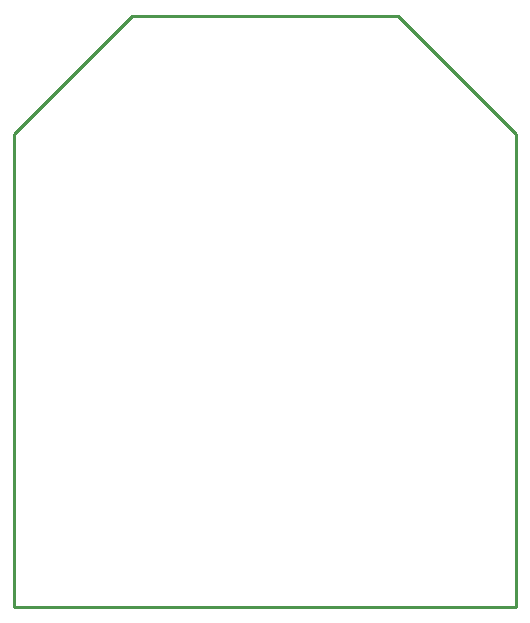
<source format=gko>
G04*
G04 #@! TF.GenerationSoftware,Altium Limited,Altium Designer,22.1.2 (22)*
G04*
G04 Layer_Color=16711935*
%FSLAX42Y42*%
%MOMM*%
G71*
G04*
G04 #@! TF.SameCoordinates,F51AAEFD-159C-468E-B04C-332DD14EA327*
G04*
G04*
G04 #@! TF.FilePolarity,Positive*
G04*
G01*
G75*
%ADD11C,0.25*%
D11*
X1000Y5000D02*
X3250D01*
X0Y4000D02*
X1000Y5000D01*
X0Y0D02*
Y4000D01*
X3250Y5000D02*
X4250Y4000D01*
Y0D02*
Y4000D01*
X0Y0D02*
X4250D01*
M02*

</source>
